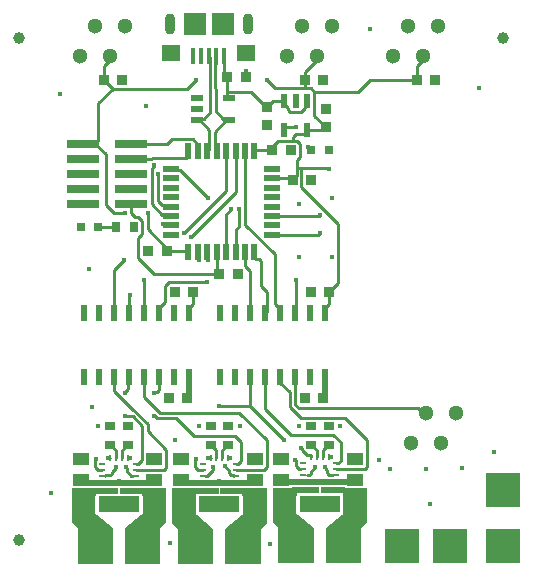
<source format=gbr>
%TF.GenerationSoftware,Altium Limited,Altium Designer,22.9.1 (49)*%
G04 Layer_Physical_Order=1*
G04 Layer_Color=255*
%FSLAX45Y45*%
%MOMM*%
%TF.SameCoordinates,980CB771-C75C-4F2C-B837-E40D3F653A85*%
%TF.FilePolarity,Positive*%
%TF.FileFunction,Copper,L1,Top,Signal*%
%TF.Part,Single*%
G01*
G75*
%TA.AperFunction,ConnectorPad*%
%ADD10R,1.60000X1.40000*%
%ADD11R,0.40000X1.35000*%
%TA.AperFunction,SMDPad,CuDef*%
%ADD12R,1.90000X1.90000*%
%ADD13R,3.00000X3.00000*%
%ADD14R,1.00330X0.50800*%
%ADD15R,0.86360X0.88900*%
%ADD16R,1.35890X0.50080*%
%ADD17R,0.50080X1.35890*%
%TA.AperFunction,SMDPad,SMDef*%
%ADD18R,0.60000X0.25000*%
%ADD19R,3.50000X0.50000*%
%ADD20R,1.67500X0.50000*%
%ADD21R,3.50000X1.40000*%
%ADD22R,0.25000X0.60000*%
%TA.AperFunction,SMDPad,CuDef*%
%ADD23R,0.81280X0.76200*%
%ADD24R,1.34620X1.06680*%
%ADD25R,2.79000X0.74000*%
%ADD26R,0.80000X0.80000*%
%ADD27R,0.76200X0.81280*%
%ADD28R,0.53340X1.46170*%
%ADD29R,0.88900X0.86360*%
%ADD30R,0.60000X1.25000*%
%ADD31R,3.00000X3.00000*%
%TA.AperFunction,Conductor*%
%ADD32C,0.25400*%
%ADD33C,0.50000*%
%ADD34C,0.26000*%
%TA.AperFunction,ComponentPad*%
%ADD35C,1.30000*%
%ADD36O,0.90000X1.80000*%
%TA.AperFunction,ViaPad*%
%ADD37C,1.00000*%
%ADD38C,0.45000*%
%TA.AperFunction,TestPad*%
%ADD39C,0.45000*%
G36*
X1937500Y1392370D02*
X1755000Y1392370D01*
X1755000Y1375000D01*
X1750000Y1375000D01*
X1750000Y1225000D01*
X1755000Y1220833D01*
X1755000Y1212370D01*
X1765156Y1212370D01*
X1900000Y1100000D01*
X1900000Y800000D01*
X1600000Y800000D01*
X1600000Y1100000D01*
X1550000Y1150000D01*
X1550000Y1439030D01*
X1712310Y1439030D01*
X1712310Y1441489D01*
X1937500Y1441489D01*
X1937500Y1392370D01*
X1937500Y1392370D02*
G37*
G36*
X2162690Y1439030D02*
X2337310Y1439030D01*
X2337310Y1439030D01*
X2350000Y1439006D01*
X2350000Y1150000D01*
X2300000Y1100000D01*
X2300000Y800000D01*
X2000000Y800000D01*
X2000000Y1100000D01*
X2134844Y1212370D01*
X2145000Y1212370D01*
X2145000Y1220833D01*
X2150000Y1225000D01*
X2150000Y1375000D01*
X2145000Y1375000D01*
X2145000Y1392370D01*
X1962500Y1392370D01*
X1962500Y1441489D01*
X2162690Y1441489D01*
X2162690Y1439030D01*
X2162690Y1439030D02*
G37*
G36*
X2787500Y1392370D02*
X2605000Y1392370D01*
X2605000Y1371660D01*
X2600000Y1371660D01*
X2600000Y1221660D01*
X2605000Y1217494D01*
X2605000Y1212370D01*
X2611148Y1212370D01*
X2750000Y1096660D01*
X2750000Y796660D01*
X2450000Y796660D01*
X2450000Y1096660D01*
X2400000Y1146660D01*
X2400000Y1439030D01*
X2562310Y1439030D01*
X2562310Y1441489D01*
X2787500Y1441489D01*
X2787500Y1392370D01*
X2787500Y1392370D02*
G37*
G36*
X3012690Y1439030D02*
X3187310Y1439030D01*
X3187310Y1439030D01*
X3200000Y1439006D01*
X3200000Y1146660D01*
X3150000Y1096660D01*
X3150000Y796660D01*
X2850000Y796660D01*
X2850000Y1096660D01*
X2988852Y1212370D01*
X2995000Y1212370D01*
X2995000Y1217494D01*
X3000000Y1221660D01*
X3000000Y1371660D01*
X2995000Y1371660D01*
X2995000Y1392370D01*
X2812500Y1392370D01*
X2812500Y1441489D01*
X3012690Y1441489D01*
X3012690Y1439030D01*
X3012690Y1439030D02*
G37*
G36*
X3637500Y1397370D02*
X3455000Y1397370D01*
X3455000Y1378340D01*
X3450000Y1378340D01*
X3450000Y1228340D01*
X3455000Y1224173D01*
X3455000Y1217370D01*
X3463164Y1217370D01*
X3600000Y1103340D01*
X3600000Y803340D01*
X3300000Y803340D01*
X3300000Y1103340D01*
X3250000Y1153340D01*
X3250000Y1439030D01*
X3412310Y1439030D01*
X3412310Y1446489D01*
X3637500Y1446489D01*
X3637500Y1397370D01*
X3637500Y1397370D02*
G37*
G36*
X3862690Y1439030D02*
X4037310Y1439030D01*
X4037310Y1439030D01*
X4050000Y1439006D01*
X4050000Y1153340D01*
X4000000Y1103340D01*
X4000000Y803340D01*
X3700000Y803340D01*
X3700000Y1103340D01*
X3836837Y1217370D01*
X3845000Y1217370D01*
X3845000Y1224173D01*
X3850000Y1228340D01*
X3850000Y1378340D01*
X3845000Y1378340D01*
X3845000Y1397370D01*
X3662500Y1397370D01*
X3662500Y1446489D01*
X3862690Y1446489D01*
X3862690Y1439030D01*
X3862690Y1439030D02*
G37*
D10*
X3029370Y5122360D02*
D03*
X2389370Y5122360D02*
D03*
D11*
X2839370Y5099860D02*
D03*
X2774370Y5099860D02*
D03*
X2709370Y5099860D02*
D03*
X2644370Y5099860D02*
D03*
X2579370Y5099860D02*
D03*
D12*
X2589370Y5367360D02*
D03*
X2829370Y5367360D02*
D03*
D13*
X4750000Y950000D02*
D03*
X4350000Y950000D02*
D03*
X3450000Y950000D02*
D03*
X3850000Y950000D02*
D03*
X5200000Y1425000D02*
D03*
X5200000Y950000D02*
D03*
X2150000Y950000D02*
D03*
X3000000Y950000D02*
D03*
D14*
X2879625Y4744860D02*
D03*
X2879625Y4554860D02*
D03*
X2609115Y4554860D02*
D03*
X2609115Y4649860D02*
D03*
X2609115Y4744860D02*
D03*
D15*
X3402470Y4300000D02*
D03*
X3247530Y4300000D02*
D03*
X3522530Y2200000D02*
D03*
X3677470Y2200000D02*
D03*
X3727470Y3100000D02*
D03*
X3572530Y3100000D02*
D03*
X2866900Y4924860D02*
D03*
X3021840Y4924860D02*
D03*
X2954940Y3250000D02*
D03*
X2800000Y3250000D02*
D03*
X2422530Y3100000D02*
D03*
X2577470Y3100000D02*
D03*
X3577470Y4050000D02*
D03*
X3422530Y4050000D02*
D03*
X2527470Y2200000D02*
D03*
X2372530Y2200000D02*
D03*
X4627470Y4900000D02*
D03*
X4472530Y4900000D02*
D03*
X3677470Y4900000D02*
D03*
X3522530Y4900000D02*
D03*
X1977470Y4900000D02*
D03*
X1822530Y4900000D02*
D03*
X2352470Y3450000D02*
D03*
X2197530Y3450000D02*
D03*
D16*
X2389660Y3664860D02*
D03*
X2389660Y3744860D02*
D03*
X2389660Y3824860D02*
D03*
X2389660Y3904860D02*
D03*
X2389660Y3984860D02*
D03*
X2389660Y4064860D02*
D03*
X2389660Y4144860D02*
D03*
X3244370Y4064860D02*
D03*
X3244370Y3904860D02*
D03*
X3244370Y3824860D02*
D03*
X3244370Y3744860D02*
D03*
X3244370Y3664860D02*
D03*
X3244370Y3584860D02*
D03*
X2389660Y3584860D02*
D03*
X3244370Y4144860D02*
D03*
X3244370Y3984860D02*
D03*
D17*
X2537015Y4292215D02*
D03*
X2617015Y4292215D02*
D03*
X2697015Y4292215D02*
D03*
X2777015Y4292215D02*
D03*
X2857015Y4292215D02*
D03*
X2937015Y4292215D02*
D03*
X3017015Y4292215D02*
D03*
X3097015Y4292215D02*
D03*
X3097015Y3437505D02*
D03*
X3017015Y3437505D02*
D03*
X2937015Y3437505D02*
D03*
X2857015Y3437505D02*
D03*
X2777015Y3437505D02*
D03*
X2697015Y3437505D02*
D03*
X2617015Y3437505D02*
D03*
X2537015Y3437505D02*
D03*
D18*
X1810000Y1644870D02*
D03*
X1810000Y1594870D02*
D03*
X1810000Y1544870D02*
D03*
X2090000Y1544870D02*
D03*
X2090000Y1594870D02*
D03*
X2090000Y1644870D02*
D03*
X2660000Y1644870D02*
D03*
X2660000Y1594870D02*
D03*
X2660000Y1544870D02*
D03*
X2940000Y1544870D02*
D03*
X2940000Y1594870D02*
D03*
X2940000Y1644870D02*
D03*
X3510000Y1649870D02*
D03*
X3510000Y1599870D02*
D03*
X3510000Y1549870D02*
D03*
X3790000Y1549870D02*
D03*
X3790000Y1599870D02*
D03*
X3790000Y1649870D02*
D03*
D19*
X1950000Y1487370D02*
D03*
X2800000Y1487370D02*
D03*
X3650000Y1492370D02*
D03*
D20*
X1858750Y1417370D02*
D03*
X2041250Y1417370D02*
D03*
X2708750Y1417370D02*
D03*
X2891250Y1417370D02*
D03*
X3558750Y1422370D02*
D03*
X3741250Y1422370D02*
D03*
D21*
X1950000Y1302370D02*
D03*
X2800000Y1302370D02*
D03*
X3650000Y1307370D02*
D03*
D22*
X2025000Y1697370D02*
D03*
X1975000Y1697370D02*
D03*
X1925000Y1697370D02*
D03*
X1875000Y1697370D02*
D03*
X2875000Y1697370D02*
D03*
X2825000Y1697370D02*
D03*
X2775000Y1697370D02*
D03*
X2725000Y1697370D02*
D03*
X3725000Y1702370D02*
D03*
X3675000Y1702370D02*
D03*
X3625000Y1702370D02*
D03*
X3575000Y1702370D02*
D03*
D23*
X2725000Y1964970D02*
D03*
X2725000Y1810030D02*
D03*
X2875000Y1964840D02*
D03*
X2875000Y1809900D02*
D03*
X3725000Y1964840D02*
D03*
X3725000Y1809900D02*
D03*
X3575000Y1964840D02*
D03*
X3575000Y1809900D02*
D03*
X2025000Y1809900D02*
D03*
X2025000Y1964840D02*
D03*
X1875000Y1809900D02*
D03*
X1875000Y1964840D02*
D03*
D24*
X2475000Y1687630D02*
D03*
X2475000Y1512370D02*
D03*
X3100000Y1512370D02*
D03*
X3100000Y1687630D02*
D03*
X3325000Y1687630D02*
D03*
X3325000Y1512370D02*
D03*
X3950000Y1687630D02*
D03*
X3950000Y1512370D02*
D03*
X2250000Y1512370D02*
D03*
X2250000Y1687630D02*
D03*
X1625000Y1512370D02*
D03*
X1625000Y1687630D02*
D03*
D25*
X2053500Y4100000D02*
D03*
X1646500Y3973000D02*
D03*
X2053500Y3973000D02*
D03*
X2053500Y3846000D02*
D03*
X1646500Y4354000D02*
D03*
X2053500Y4354000D02*
D03*
X2053500Y4227000D02*
D03*
X1646500Y4227000D02*
D03*
X1646500Y3846000D02*
D03*
X1646500Y4100000D02*
D03*
D26*
X1625000Y3650000D02*
D03*
X1775000Y3650000D02*
D03*
X3575000Y4300000D02*
D03*
X3725000Y4300000D02*
D03*
D27*
X2077470Y3650000D02*
D03*
X1922530Y3650000D02*
D03*
D28*
X3694500Y2377525D02*
D03*
X3567500Y2377525D02*
D03*
X3440500Y2377525D02*
D03*
X3313500Y2377525D02*
D03*
X3186500Y2377525D02*
D03*
X3059500Y2377525D02*
D03*
X2932500Y2377525D02*
D03*
X2805500Y2377525D02*
D03*
X2932500Y2922475D02*
D03*
X3059500Y2922475D02*
D03*
X3186500Y2922475D02*
D03*
X3313500Y2922475D02*
D03*
X3440500Y2922475D02*
D03*
X3694500Y2922475D02*
D03*
X3567500Y2922475D02*
D03*
X2805500Y2922475D02*
D03*
X2544500Y2377525D02*
D03*
X2417500Y2377525D02*
D03*
X2290500Y2377525D02*
D03*
X2163500Y2377525D02*
D03*
X2036500Y2377525D02*
D03*
X1909500Y2377525D02*
D03*
X1782500Y2377525D02*
D03*
X1655500Y2377525D02*
D03*
X1782500Y2922475D02*
D03*
X1909500Y2922475D02*
D03*
X2036500Y2922475D02*
D03*
X2163500Y2922475D02*
D03*
X2290500Y2922475D02*
D03*
X2544500Y2922475D02*
D03*
X1655500Y2922475D02*
D03*
X2417500Y2922475D02*
D03*
D29*
X3200000Y4667470D02*
D03*
X3200000Y4512530D02*
D03*
X3700000Y4497530D02*
D03*
X3700000Y4652470D02*
D03*
D30*
X3540000Y4722621D02*
D03*
X3445000Y4722621D02*
D03*
X3350000Y4722621D02*
D03*
X3350000Y4472621D02*
D03*
X3540000Y4472621D02*
D03*
D31*
X1750000Y950000D02*
D03*
X2600000Y950000D02*
D03*
D32*
X3494800Y3988465D02*
X3805200Y3678065D01*
X3494800Y3988465D02*
X3494800Y4072865D01*
X3453010Y4150000D02*
X3494801Y4150000D01*
X3494801Y4072866D02*
X3494801Y4150000D01*
X3494800Y4072865D02*
X3494801Y4072866D01*
X3494801Y4150000D02*
X3720060Y4150000D01*
X3222530Y4301270D02*
X3298410Y4377150D01*
X3222530Y4300000D02*
X3222530Y4301270D01*
X2377470Y3450000D02*
X2377470Y3451270D01*
X2193670Y3635070D02*
X2377470Y3451270D01*
X3805200Y3179000D02*
X3805200Y3678065D01*
X3246940Y3747430D02*
X3652630Y3747430D01*
X3655200Y3750000D01*
X3244370Y3744860D02*
X3246940Y3747430D01*
X3727470Y3101270D02*
X3805200Y3179000D01*
X3727470Y3100000D02*
X3727470Y3101270D01*
X4482821Y2116239D02*
X4524060Y2075000D01*
X3440500Y2148155D02*
X3472416Y2116239D01*
X4524060Y2075000D02*
X4550000Y2075000D01*
X3472416Y2116239D02*
X4482821Y2116239D01*
X3271164Y4828836D02*
X3522530Y4828836D01*
X3522530Y4900000D01*
X3522530Y4828836D02*
X3572530Y4828836D01*
X3526976Y4904446D02*
X3526976Y4967671D01*
X3627000Y5067695D01*
X3522530Y4900000D02*
X3526976Y4904446D01*
X2467480Y4132520D02*
X2700000Y3900000D01*
X2937015Y3629731D02*
X2965000Y3657716D01*
X3020200Y3669800D02*
X3270000Y3420000D01*
X2965000Y3657716D02*
X2965000Y3800000D01*
X3017015Y3954977D02*
X3020200Y3951792D01*
X3020200Y3669800D02*
X3020200Y3951792D01*
X3610000Y1612196D02*
X3610000Y1617500D01*
X3690000Y1612196D02*
X3690000Y1617500D01*
X3711711Y1570259D02*
X3711711Y1590485D01*
X3711711Y1570259D02*
X3727300Y1554670D01*
X3579549Y1581745D02*
X3610000Y1612196D01*
X3690000Y1612196D02*
X3711711Y1590485D01*
X3579549Y1569549D02*
X3579549Y1581745D01*
X2340391Y3151736D02*
X2372706Y3184050D01*
X2340391Y3018781D02*
X2340391Y3151736D01*
X2290500Y2968890D02*
X2340391Y3018781D01*
X2290500Y2922475D02*
X2290500Y2968890D01*
X3350000Y4690121D02*
X3382300Y4657821D01*
X3401456Y4627421D02*
X3488545Y4627421D01*
X3522700Y4661577D02*
X3522700Y4705321D01*
X3350000Y4690121D02*
X3350000Y4722621D01*
X3382300Y4646576D02*
X3382300Y4657821D01*
X3382300Y4646576D02*
X3401456Y4627421D01*
X3488545Y4627421D02*
X3522700Y4661577D01*
X3522700Y4705321D02*
X3540000Y4722621D01*
X2114913Y3385087D02*
X2250000Y3250000D01*
X2800000Y3250000D01*
X2537015Y3437505D02*
X2537015Y3437660D01*
X3694500Y2968890D02*
X3727470Y3001860D01*
X3694500Y2922475D02*
X3694500Y2968890D01*
X3727470Y3001860D02*
X3727470Y3100000D01*
X2544500Y2968890D02*
X2577470Y3001860D01*
X2577470Y3100000D01*
X2544500Y2922475D02*
X2544500Y2968890D01*
X3539622Y1554670D02*
X3564670Y1554670D01*
X3579549Y1569549D01*
X3727300Y1554670D02*
X3760519Y1554670D01*
X2194800Y1922094D02*
X2350010Y1766884D01*
X2145200Y1682970D02*
X2145200Y1969625D01*
X1909500Y2262435D02*
X2048603Y2123333D01*
X2064825Y2050000D02*
X2145200Y1969625D01*
X2000000Y2050000D02*
X2064825Y2050000D01*
X2055697Y2123333D02*
X2194800Y1984230D01*
X2048603Y2123333D02*
X2055697Y2123333D01*
X2194800Y1922094D02*
X2194800Y1984230D01*
X1889549Y1576745D02*
X1925000Y1612196D01*
X2013750Y1582375D02*
X2013750Y1613750D01*
X2010000Y1617500D02*
X2013750Y1613750D01*
X1889549Y1564549D02*
X1889549Y1576745D01*
X1925000Y1612196D02*
X1925000Y1617500D01*
X2746250Y1592375D02*
X2746250Y1613750D01*
X2750000Y1617500D01*
X2698945Y1545070D02*
X2746250Y1592375D01*
X3299530Y2982860D02*
X3313500Y2968890D01*
X3270000Y2997739D02*
X3284879Y2982860D01*
X3313500Y2922475D02*
X3313500Y2968890D01*
X3284879Y2982860D02*
X3299530Y2982860D01*
X3270000Y2997739D02*
X3270000Y3420000D01*
X2372706Y3184050D02*
X2691546Y3184050D01*
X2163905Y2922880D02*
X2163905Y3199595D01*
X2163500Y2922475D02*
X2163905Y2922880D01*
X2163905Y3199595D02*
X2164310Y3200000D01*
X1909500Y3289500D02*
X1990000Y3370000D01*
X1909500Y2922475D02*
X1909500Y3289500D01*
X2038250Y3078250D02*
X2040000Y3080000D01*
X2036500Y2922475D02*
X2038250Y2924225D01*
X2038250Y3078250D01*
X3426234Y4377150D02*
X3459195Y4377150D01*
X3298410Y4377150D02*
X3426234Y4377150D01*
X3426234Y4410111D02*
X3451213Y4435089D01*
X3426234Y4377150D02*
X3426234Y4410111D01*
X3478350Y4242005D02*
X3478350Y4357995D01*
X3453010Y4150000D02*
X3453010Y4216666D01*
X3459195Y4377150D02*
X3478350Y4357995D01*
X3453010Y4216666D02*
X3478350Y4242005D01*
X2114913Y3385087D02*
X2114913Y3562458D01*
X2114913Y3737542D02*
X2148270Y3704185D01*
X2114913Y3562458D02*
X2148270Y3595816D01*
X2148270Y3704185D01*
X2328750Y3671250D02*
X2383270Y3671250D01*
X2389660Y3664860D01*
X2325000Y3675000D02*
X2328750Y3671250D01*
X2697015Y3437505D02*
X2700000Y3434520D01*
X2700000Y3375000D02*
X2700000Y3434520D01*
X2617015Y3437505D02*
X2625000Y3429519D01*
X2625000Y3375000D02*
X2625000Y3429519D01*
X1857500Y1697370D02*
X1875000Y1697370D01*
X1925000Y1697370D02*
X1925000Y1762440D01*
X1877540Y1809900D02*
X1925000Y1762440D01*
X2025000Y1697370D02*
X2042500Y1697370D01*
X2524675Y4236970D02*
X2537015Y4249310D01*
X2226227Y3849063D02*
X2226227Y4145923D01*
X2223935Y4227000D02*
X2233905Y4236970D01*
X2226227Y4145923D02*
X2250000Y4169696D01*
X2250000Y4175000D01*
X2233905Y4236970D02*
X2524675Y4236970D01*
X2053500Y4227000D02*
X2223935Y4227000D01*
X3550000Y4325000D02*
X3575000Y4300000D01*
X3540245Y1719670D02*
X3574800Y1719670D01*
X3440830Y1678860D02*
X3444580Y1675110D01*
X3444580Y1626546D02*
X3471056Y1600070D01*
X3495610Y1764305D02*
X3540245Y1719670D01*
X3471056Y1600070D02*
X3492700Y1600070D01*
X3444580Y1626546D02*
X3444580Y1675110D01*
X3725000Y1702370D02*
X3742500Y1702370D01*
X3742500Y1702370D01*
X2875000Y1697370D02*
X2892500Y1697370D01*
X2707500Y1697370D02*
X2725000Y1697370D01*
X2597300Y1678873D02*
X2604475Y1686048D01*
X2597300Y1618826D02*
X2597300Y1678873D01*
X2597300Y1618826D02*
X2621056Y1595070D01*
X2659800Y1595070D01*
X2604475Y1686048D02*
X2604475Y1691352D01*
X2659800Y1595070D02*
X2660000Y1594870D01*
X1754475Y1686048D02*
X1754475Y1691352D01*
X1747300Y1618826D02*
X1747300Y1678873D01*
X1747300Y1618826D02*
X1771056Y1595070D01*
X1809800Y1595070D01*
X1747300Y1678873D02*
X1754475Y1686048D01*
X1809800Y1595070D02*
X1810000Y1594870D01*
X2051055Y1545070D02*
X2072700Y1545070D01*
X2013750Y1582375D02*
X2051055Y1545070D01*
X1874670Y1549670D02*
X1889549Y1564549D01*
X2677300Y1545070D02*
X2698945Y1545070D01*
X3807100Y1649870D02*
X3830200Y1672970D01*
X3765845Y1894040D02*
X3830200Y1829685D01*
X3830200Y1672970D02*
X3830200Y1829685D01*
X4029134Y1599870D02*
X4050010Y1620746D01*
X4050010Y1633115D01*
X4050010Y1633115D01*
X3790000Y1599870D02*
X4029134Y1599870D01*
X2940200Y1595070D02*
X2965022Y1595070D01*
X2940000Y1594870D02*
X2940200Y1595070D01*
X2965022Y1595070D02*
X2968362Y1598410D01*
X3177674Y1598410D01*
X3200009Y1620745D01*
X3200009Y1849991D01*
X2335131Y1598410D02*
X2350010Y1613289D01*
X2090000Y1594870D02*
X2165606Y1594870D01*
X2350010Y1613289D02*
X2350010Y1766884D01*
X2169146Y1598410D02*
X2335131Y1598410D01*
X2165606Y1594870D02*
X2169146Y1598410D01*
X1831900Y1549670D02*
X1874670Y1549670D01*
X1827300Y1545070D02*
X1831900Y1549670D01*
X2850000Y1619696D02*
X2850000Y1625000D01*
X2877300Y1568825D02*
X2877300Y1592396D01*
X2877300Y1568825D02*
X2896455Y1549670D01*
X2850000Y1619696D02*
X2877300Y1592396D01*
X2896455Y1549670D02*
X2918100Y1549670D01*
X2922700Y1545070D01*
X3495610Y1764305D02*
X3495610Y1779380D01*
X3574800Y1719670D02*
X3575000Y1719471D01*
X3491860Y1783130D02*
X3495610Y1779380D01*
X3577540Y1809900D02*
X3625000Y1762440D01*
X3575000Y1702370D02*
X3575000Y1719471D01*
X3625000Y1702370D02*
X3625000Y1762440D01*
X2929184Y1880700D02*
X2980200Y1829684D01*
X2980200Y1667970D02*
X2980200Y1829684D01*
X2957100Y1644870D02*
X2980200Y1667970D01*
X2968830Y2081170D02*
X3200009Y1849991D01*
X2296895Y2081170D02*
X2968830Y2081170D01*
X2800000Y2136370D02*
X2803750Y2132620D01*
X2817610Y2132620D01*
X2817869Y2132360D02*
X3059500Y2132360D01*
X2817610Y2132620D02*
X2817869Y2132360D01*
X3059500Y2132360D02*
X3059500Y2377525D01*
X2090000Y1644870D02*
X2107100Y1644870D01*
X2145200Y1682970D01*
X3864360Y2035640D02*
X4050010Y1849990D01*
X4050010Y1633115D02*
X4050010Y1849990D01*
X3488810Y2035640D02*
X3864360Y2035640D01*
X3405960Y1894040D02*
X3765845Y1894040D01*
X3186500Y2113500D02*
X3186500Y2377525D01*
X3186500Y2113500D02*
X3405960Y1894040D01*
X2586945Y1880830D02*
X2779184Y1880830D01*
X2432005Y2035770D02*
X2586945Y1880830D01*
X2269534Y2035770D02*
X2432005Y2035770D01*
X2779314Y1880700D02*
X2929184Y1880700D01*
X2779184Y1880830D02*
X2779314Y1880700D01*
X3206945Y1993055D02*
X3350000Y1850000D01*
X3198805Y1993055D02*
X3206945Y1993055D01*
X3059500Y2132360D02*
X3198805Y1993055D01*
X2163500Y2214565D02*
X2296895Y2081170D01*
X2255304Y2050000D02*
X2269534Y2035770D01*
X2250000Y2050000D02*
X2255304Y2050000D01*
X2000000Y2250000D02*
X2000000Y2255304D01*
X2022530Y2277834D01*
X2022530Y2363555D01*
X2036500Y2377525D01*
X1909500Y2262435D02*
X1909500Y2377525D01*
X2163500Y2214565D02*
X2163500Y2377525D01*
X2250000Y2250000D02*
X2253750Y2253750D01*
X2271146Y2253750D01*
X2290500Y2273104D01*
X2290500Y2377525D01*
X2940000Y1644870D02*
X2957100Y1644870D01*
X2727540Y1810030D02*
X2775000Y1762570D01*
X2775000Y1697370D02*
X2775000Y1762570D01*
X2825000Y1762440D02*
X2872460Y1809900D01*
X2825000Y1697370D02*
X2825000Y1762440D01*
X3790000Y1649870D02*
X3807100Y1649870D01*
X3393692Y2130758D02*
X3488810Y2035640D01*
X3313500Y2331110D02*
X3393692Y2250918D01*
X3313500Y2331110D02*
X3313500Y2377525D01*
X3393692Y2130758D02*
X3393692Y2250918D01*
X1875000Y1809900D02*
X1877540Y1809900D01*
X2022460Y1809900D02*
X2025000Y1809900D01*
X1975000Y1697370D02*
X1975000Y1762440D01*
X2022460Y1809900D01*
X3722460Y1809900D02*
X3725000Y1809900D01*
X3675000Y1702370D02*
X3675000Y1762440D01*
X3722460Y1809900D01*
X3575000Y1809900D02*
X3577540Y1809900D01*
X2872460Y1809900D02*
X2875000Y1809900D01*
X2725000Y1810030D02*
X2727540Y1810030D01*
X3440500Y2148155D02*
X3440500Y2377525D01*
X3649896Y3600000D02*
X3655200Y3600000D01*
X3244370Y3584860D02*
X3634756Y3584860D01*
X3649896Y3600000D01*
X3971708Y4798666D02*
X4073042Y4900000D01*
X3602700Y4798666D02*
X3971708Y4798666D01*
X3720060Y4150000D02*
X3725000Y4145060D01*
X3373000Y5096000D02*
X3377820Y5091180D01*
X2937015Y3437505D02*
X2937015Y3629731D01*
X3017015Y3954977D02*
X3017015Y4292215D01*
X2556785Y3568183D02*
X2937015Y3948413D01*
X2937015Y4292215D01*
X2857015Y3757015D02*
X2900000Y3800000D01*
X2857015Y3437505D02*
X2857015Y3757015D01*
X2857015Y3956910D02*
X2857015Y4292215D01*
X2402000Y4132520D02*
X2467480Y4132520D01*
X2500105Y3600000D02*
X2857015Y3956910D01*
X3446250Y3196250D02*
X3450000Y3200000D01*
X3446250Y2928225D02*
X3446250Y3196250D01*
X3440500Y2922475D02*
X3446250Y2928225D01*
X2389660Y4144860D02*
X2402000Y4132520D01*
X3150000Y3150000D02*
X3150000Y3367381D01*
X3109355Y3382260D02*
X3135121Y3382260D01*
X3150000Y3367381D01*
X3097015Y3394600D02*
X3109355Y3382260D01*
X3097015Y3394600D02*
X3097015Y3437505D01*
X3150000Y3150000D02*
X3200000Y3100000D01*
X3059500Y2922475D02*
X3059500Y3279314D01*
X3017015Y3321800D02*
X3059500Y3279314D01*
X3017015Y3321800D02*
X3017015Y3437505D01*
X3200000Y2935975D02*
X3200000Y3100000D01*
X3186500Y2922475D02*
X3200000Y2935975D01*
X2377470Y3450000D02*
X2524675Y3450000D01*
X2537015Y3437660D01*
X1775000Y3650000D02*
X1922530Y3650000D01*
X2281427Y3873863D02*
X2281427Y4103432D01*
X2281427Y3873863D02*
X2318090Y3837200D01*
X2377320Y3837200D01*
X2389660Y3824860D01*
X2226227Y3849063D02*
X2318090Y3757200D01*
X2537015Y4249310D02*
X2537015Y4292215D01*
X2377320Y3757200D02*
X2389660Y3744860D01*
X2318090Y3757200D02*
X2377320Y3757200D01*
X2604675Y4304555D02*
X2617015Y4292215D01*
X2053500Y4354000D02*
X2358520Y4354000D01*
X2397380Y4392860D01*
X2575600Y4392860D01*
X2604675Y4363784D01*
X2604675Y4304555D02*
X2604675Y4363784D01*
X2193670Y3635070D02*
X2193670Y3765538D01*
X2192708Y3766500D02*
X2193670Y3765538D01*
X1910380Y3766375D02*
X1998486Y3766375D01*
X1836878Y3839877D02*
X1910380Y3766375D01*
X1749000Y4354000D02*
X1836878Y4266122D01*
X1646500Y4354000D02*
X1749000Y4354000D01*
X1836878Y3839877D02*
X1836878Y4266122D01*
X2777015Y3274255D02*
X2777015Y3437505D01*
X2777015Y3272985D02*
X2777015Y3274255D01*
X2777015Y3272985D02*
X2800000Y3250000D01*
X2053500Y3770900D02*
X2086858Y3737542D01*
X2114913Y3737542D01*
X2053500Y3770900D02*
X2053500Y3846000D01*
X1749000Y4354000D02*
X1773300Y4378300D01*
X1773300Y4697740D01*
X1898410Y4822850D01*
X2522850Y4822850D01*
X1822530Y4898730D02*
X1898410Y4822850D01*
X2522850Y4822850D02*
X2600000Y4900000D01*
X4472530Y4900000D02*
X4472530Y5013225D01*
X4527000Y5067695D01*
X4527000Y5096000D01*
X4073042Y4900000D02*
X4472530Y4900000D01*
X1822530Y5013225D02*
X1877000Y5067695D01*
X1877000Y5096000D01*
X1822530Y4900000D02*
X1822530Y5013225D01*
X1822530Y4898730D02*
X1822530Y4900000D01*
X3200000Y4900000D02*
X3271164Y4828836D01*
X3070540Y4795660D02*
X3198730Y4667470D01*
X2866900Y4795660D02*
X3070540Y4795660D01*
X3200000Y4667470D02*
X3201270Y4667470D01*
X3198730Y4667470D02*
X3200000Y4667470D01*
X3627000Y5067695D02*
X3627000Y5096000D01*
X3572530Y4828836D02*
X3602700Y4798666D01*
X3602700Y4593560D02*
X3602700Y4798666D01*
X3602700Y4593560D02*
X3698730Y4497530D01*
X3700000Y4497530D01*
X3453010Y4080480D02*
X3453010Y4150000D01*
X3244370Y4064860D02*
X3407671Y4064860D01*
X3422530Y4050000D01*
X3453010Y4080480D01*
X3350000Y4472621D02*
X3350000Y4482700D01*
X3367300Y4500000D01*
X3450000Y4500000D01*
X3540000Y4452389D02*
X3540000Y4472621D01*
X3522700Y4435089D02*
X3540000Y4452389D01*
X3451213Y4435089D02*
X3522700Y4435089D01*
X3097015Y4292215D02*
X3104800Y4300000D01*
X3222530Y4300000D01*
X3540000Y4472621D02*
X3675091Y4472621D01*
X3700000Y4497530D01*
X3256421Y4722621D02*
X3350000Y4722621D01*
X3201270Y4667470D02*
X3256421Y4722621D01*
X2866900Y4795660D02*
X2866900Y4924860D01*
X2866900Y4757560D02*
X2866900Y4795660D01*
X2866900Y4757560D02*
X2879600Y4744860D01*
X2879625Y4744860D01*
X2839370Y4952390D02*
X2866900Y4924860D01*
X2839370Y4952390D02*
X2839370Y5099860D01*
D33*
X3345000Y1492370D02*
X3650000Y1492370D01*
X3942370Y1492370D01*
X3950000Y1500000D01*
X3325000Y1512370D02*
X3345000Y1492370D01*
X2800000Y1487370D02*
X3075000Y1487370D01*
X2500000Y1487370D02*
X2800000Y1487370D01*
X2475000Y1512370D02*
X2500000Y1487370D01*
X1950000Y1487370D02*
X2225000Y1487370D01*
X1650000Y1487370D02*
X1950000Y1487370D01*
X1625000Y1512370D02*
X1650000Y1487370D01*
X2525000Y2200000D02*
X2527470Y2200000D01*
X2544500Y2217030D01*
X2544500Y2377525D01*
X3692830Y2215360D02*
X3692830Y2375855D01*
X3694500Y2377525D01*
X3677470Y2200000D02*
X3692830Y2215360D01*
D34*
X2767370Y4632630D02*
X2832740Y4567260D01*
X2842460Y4567260D02*
X2845140Y4564580D01*
X2767370Y4632630D02*
X2767370Y4822164D01*
X2832740Y4567260D02*
X2842460Y4567260D01*
X2667260Y4567260D02*
X2721370Y4621370D01*
X2646280Y4567260D02*
X2667260Y4567260D01*
X2633880Y4554860D02*
X2646280Y4567260D01*
X2721370Y4621370D02*
X2721370Y4803110D01*
X2854860Y4554860D02*
X2879625Y4554860D01*
X2760015Y4362390D02*
X2760015Y4460015D01*
X2854860Y4554860D01*
X2845140Y4554860D02*
X2845140Y4564580D01*
X2609115Y4554860D02*
X2633880Y4554860D01*
X2760015Y4362390D02*
X2764975Y4357430D01*
X2764975Y4304255D02*
X2764975Y4357430D01*
X2709055Y4357430D02*
X2714015Y4362390D01*
X2633880Y4554860D02*
X2714015Y4474725D01*
X2714015Y4362390D02*
X2714015Y4474725D01*
X2764975Y4304255D02*
X2777015Y4292215D01*
X2709055Y4304255D02*
X2709055Y4357430D01*
X2767370Y5092860D02*
X2774370Y5099860D01*
X2767370Y5032629D02*
X2767370Y5092860D01*
X2764870Y5030129D02*
X2767370Y5032629D01*
X2764870Y4824663D02*
X2764870Y5030129D01*
X2764870Y4824663D02*
X2767370Y4822164D01*
X2716370Y5032629D02*
X2718870Y5030129D01*
X2718870Y4805610D02*
X2718870Y5030129D01*
X2709370Y5099860D02*
X2716370Y5092860D01*
X2716370Y5032629D02*
X2716370Y5092860D01*
X2718870Y4805610D02*
X2721370Y4803110D01*
X2697015Y4292215D02*
X2709055Y4304255D01*
D35*
X4423000Y1821000D02*
D03*
X4550000Y2075000D02*
D03*
X4677000Y1821000D02*
D03*
X4804000Y2075000D02*
D03*
X4527000Y5096000D02*
D03*
X4400000Y5350000D02*
D03*
X4273000Y5096000D02*
D03*
X4654000Y5350000D02*
D03*
X3754000Y5350000D02*
D03*
X3627000Y5096000D02*
D03*
X3500000Y5350000D02*
D03*
X3373000Y5096000D02*
D03*
X2004000Y5350000D02*
D03*
X1877000Y5096000D02*
D03*
X1750000Y5350000D02*
D03*
X1623000Y5096000D02*
D03*
D36*
X2379370Y5367360D02*
D03*
X3039370Y5367360D02*
D03*
D37*
X1100000Y5250000D02*
D03*
X1100000Y1000000D02*
D03*
X5200000Y5250000D02*
D03*
D38*
X3655200Y3750000D02*
D03*
X2577470Y3100000D02*
D03*
X3727470Y3100000D02*
D03*
X5100000Y1325000D02*
D03*
X5100000Y1525000D02*
D03*
X5300000Y1325000D02*
D03*
X5300000Y1525000D02*
D03*
X5200000Y1425000D02*
D03*
X5100000Y1425000D02*
D03*
X5300000Y1425000D02*
D03*
X5200000Y1525000D02*
D03*
X5200000Y1325000D02*
D03*
X3677470Y4900000D02*
D03*
X2700000Y3900000D02*
D03*
X2965000Y3800000D02*
D03*
X4247530Y1600000D02*
D03*
X4547530Y1600000D02*
D03*
X3610000Y1617500D02*
D03*
X3690000Y1617500D02*
D03*
X2450000Y1500000D02*
D03*
X3300000Y1500000D02*
D03*
X4350000Y850000D02*
D03*
X4250000Y850000D02*
D03*
X4250000Y950000D02*
D03*
X4350000Y950000D02*
D03*
X4450000Y850000D02*
D03*
X4450000Y950000D02*
D03*
X4250000Y1050000D02*
D03*
X4450000Y1050000D02*
D03*
X4350000Y1050000D02*
D03*
X2594510Y4649860D02*
D03*
X1760000Y1490000D02*
D03*
X2610000Y1490000D02*
D03*
X3460000Y1490000D02*
D03*
X1600000Y1500000D02*
D03*
X1950000Y1500000D02*
D03*
X2250000Y1500000D02*
D03*
X2800000Y1500000D02*
D03*
X3100000Y1500000D02*
D03*
X3650000Y1500000D02*
D03*
X3950000Y1500000D02*
D03*
X3840000Y1490000D02*
D03*
X2990000Y1490000D02*
D03*
X2140000Y1490000D02*
D03*
X4850000Y1615500D02*
D03*
X1655500Y2377525D02*
D03*
X2417500Y2377525D02*
D03*
X2805500Y2377525D02*
D03*
X3567500Y2922475D02*
D03*
X3572530Y3100000D02*
D03*
X2389660Y3584860D02*
D03*
X1650000Y3850000D02*
D03*
X1619208Y3650000D02*
D03*
X2197530Y3450000D02*
D03*
X2954940Y3250000D02*
D03*
X3244370Y3984860D02*
D03*
X3550000Y4050000D02*
D03*
X3244370Y4144860D02*
D03*
X3402470Y4300000D02*
D03*
X3173991Y4538540D02*
D03*
X4627470Y4900000D02*
D03*
X3029460Y4969310D02*
D03*
X2579370Y5099860D02*
D03*
X1977470Y4900000D02*
D03*
X4850000Y850000D02*
D03*
X4750000Y850000D02*
D03*
X4650000Y850000D02*
D03*
X4650000Y950000D02*
D03*
X4750000Y950000D02*
D03*
X4850000Y950000D02*
D03*
X4850000Y1050000D02*
D03*
X4750000Y1050000D02*
D03*
X4650000Y1050000D02*
D03*
X4586088Y1307500D02*
D03*
X1925000Y1617500D02*
D03*
X2010000Y1617500D02*
D03*
X2750000Y1617500D02*
D03*
X5300000Y850000D02*
D03*
X5200000Y850000D02*
D03*
X5100000Y850000D02*
D03*
X5100000Y950000D02*
D03*
X5200000Y950000D02*
D03*
X5300000Y950000D02*
D03*
X5300000Y1050000D02*
D03*
X5200000Y1050000D02*
D03*
X5100000Y1050000D02*
D03*
X2691546Y3184050D02*
D03*
X2164310Y3200000D02*
D03*
X1990000Y3370000D02*
D03*
X2040000Y3080000D02*
D03*
X2425000Y1850000D02*
D03*
X5122530Y1750000D02*
D03*
X4150000Y1675000D02*
D03*
X3230000Y970000D02*
D03*
X2380000Y980000D02*
D03*
X1375000Y1400000D02*
D03*
X1725000Y2125000D02*
D03*
X3750000Y3900000D02*
D03*
X3475000Y3850000D02*
D03*
X5000000Y4825000D02*
D03*
X4075000Y5325000D02*
D03*
X1700000Y3300000D02*
D03*
X3750000Y3400000D02*
D03*
X3475000Y3400000D02*
D03*
X2175000Y4675000D02*
D03*
X1450000Y4775000D02*
D03*
X2325000Y3675000D02*
D03*
X2700000Y3375000D02*
D03*
X2625000Y3375000D02*
D03*
X1857500Y1697370D02*
D03*
X2042500Y1697370D02*
D03*
X2250000Y4175000D02*
D03*
X3550000Y4325000D02*
D03*
X3440830Y1678860D02*
D03*
X3742500Y1702370D02*
D03*
X2892500Y1697370D02*
D03*
X2707500Y1697370D02*
D03*
X2604475Y1691352D02*
D03*
X1754475Y1691352D02*
D03*
X2850000Y1625000D02*
D03*
X2475000Y1687630D02*
D03*
X3491860Y1783130D02*
D03*
X3445000Y4722621D02*
D03*
X2805500Y2922475D02*
D03*
X1655500Y2922475D02*
D03*
X1646500Y4227000D02*
D03*
X1650000Y4100000D02*
D03*
X2422530Y3100000D02*
D03*
X3514910Y2200000D02*
D03*
X3567500Y2377525D02*
D03*
X2800000Y2136370D02*
D03*
X3700000Y4652470D02*
D03*
X2372530Y2200000D02*
D03*
X3325000Y1662630D02*
D03*
X3775000Y1325000D02*
D03*
X3650000Y1325000D02*
D03*
X3525000Y1325000D02*
D03*
X2675000Y1325000D02*
D03*
X2925000Y1325000D02*
D03*
X2800000Y1324740D02*
D03*
X1825000Y1325000D02*
D03*
X2075000Y1325000D02*
D03*
X1950000Y1324740D02*
D03*
X3820000Y1964970D02*
D03*
X3475000Y1967380D02*
D03*
X2975000Y1964970D02*
D03*
X2625000Y1964970D02*
D03*
X1775000Y1964840D02*
D03*
X2025000Y1964840D02*
D03*
X1875000Y1964840D02*
D03*
X1625000Y1687630D02*
D03*
X2250000Y1687630D02*
D03*
X3100000Y1687630D02*
D03*
X2725000Y1964970D02*
D03*
X2875000Y1964840D02*
D03*
X3575000Y1964840D02*
D03*
X3725000Y1967380D02*
D03*
X3950000Y1687630D02*
D03*
X2000000Y2050000D02*
D03*
X3350000Y1850000D02*
D03*
X2000000Y2250000D02*
D03*
X2250000Y2050000D02*
D03*
X2250000Y2250000D02*
D03*
X2525000Y2200000D02*
D03*
X3677470Y2200000D02*
D03*
X3655200Y3600000D02*
D03*
X3725000Y4145060D02*
D03*
X2900000Y3800000D02*
D03*
X3450000Y3200000D02*
D03*
X2556785Y3568183D02*
D03*
X2500105Y3600000D02*
D03*
X2281427Y4103432D02*
D03*
X2080010Y3650000D02*
D03*
X2192708Y3766500D02*
D03*
X1998486Y3766375D02*
D03*
X2600000Y4900000D02*
D03*
X3200000Y4900000D02*
D03*
X3725000Y4300000D02*
D03*
X3450000Y4500000D02*
D03*
D39*
X2417500Y2922475D02*
D03*
%TF.MD5,8ad06f2f15253bff904ea20428aa3dc2*%
M02*

</source>
